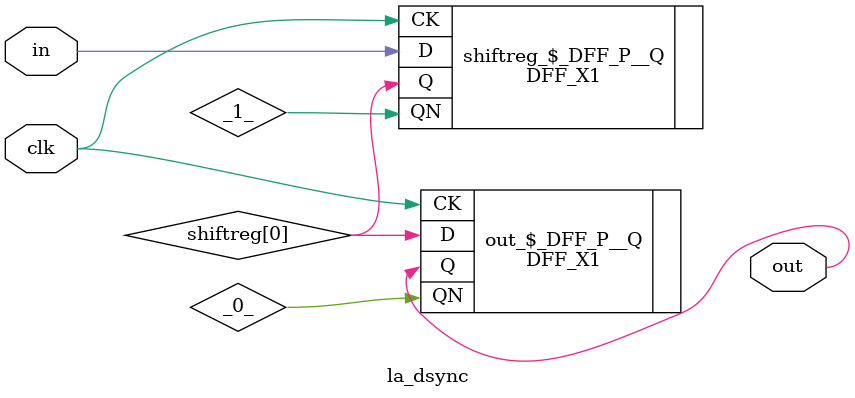
<source format=v>
/* Generated by Yosys 0.37 (git sha1 a5c7f69ed, clang 14.0.0-1ubuntu1.1 -fPIC -Os) */

module la_dsync(clk, in, out);
  wire _0_;
  wire _1_;
  input clk;
  wire clk;
  input in;
  wire in;
  output out;
  wire out;
  wire \shiftreg[0] ;
  DFF_X1 \out_$_DFF_P__Q  (
    .CK(clk),
    .D(\shiftreg[0] ),
    .Q(out),
    .QN(_0_)
  );
  DFF_X1 \shiftreg_$_DFF_P__Q  (
    .CK(clk),
    .D(in),
    .Q(\shiftreg[0] ),
    .QN(_1_)
  );
endmodule

</source>
